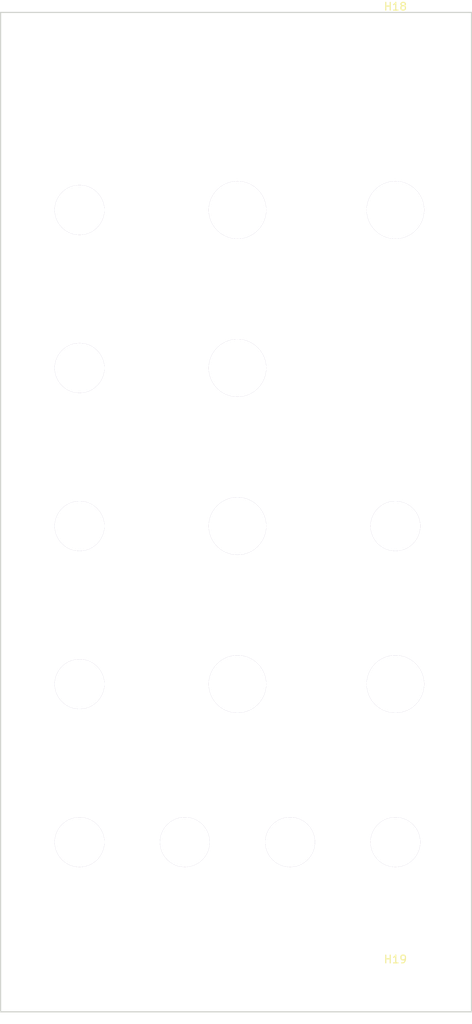
<source format=kicad_pcb>
(kicad_pcb (version 20171130) (host pcbnew 5.1.10)

  (general
    (thickness 1.6)
    (drawings 5)
    (tracks 0)
    (zones 0)
    (modules 19)
    (nets 1)
  )

  (page A4)
  (title_block
    (title "(title)")
    (comment 1 "PCB for panel")
    (comment 2 "(description)")
    (comment 4 "License CC BY 4.0 - Attribution 4.0 International")
  )

  (layers
    (0 F.Cu signal)
    (31 B.Cu signal)
    (32 B.Adhes user)
    (33 F.Adhes user)
    (34 B.Paste user)
    (35 F.Paste user)
    (36 B.SilkS user)
    (37 F.SilkS user)
    (38 B.Mask user)
    (39 F.Mask user)
    (40 Dwgs.User user)
    (41 Cmts.User user)
    (42 Eco1.User user)
    (43 Eco2.User user)
    (44 Edge.Cuts user)
    (45 Margin user)
    (46 B.CrtYd user)
    (47 F.CrtYd user)
    (48 B.Fab user)
    (49 F.Fab user)
  )

  (setup
    (last_trace_width 0.25)
    (trace_clearance 0.2)
    (zone_clearance 0.508)
    (zone_45_only no)
    (trace_min 0.2)
    (via_size 0.8)
    (via_drill 0.4)
    (via_min_size 0.4)
    (via_min_drill 0.3)
    (uvia_size 0.3)
    (uvia_drill 0.1)
    (uvias_allowed no)
    (uvia_min_size 0.2)
    (uvia_min_drill 0.1)
    (edge_width 0.05)
    (segment_width 0.2)
    (pcb_text_width 0.3)
    (pcb_text_size 1.5 1.5)
    (mod_edge_width 0.12)
    (mod_text_size 1 1)
    (mod_text_width 0.15)
    (pad_size 1.524 1.524)
    (pad_drill 0.762)
    (pad_to_mask_clearance 0)
    (aux_axis_origin 0 0)
    (visible_elements FFFFFF7F)
    (pcbplotparams
      (layerselection 0x010fc_ffffffff)
      (usegerberextensions false)
      (usegerberattributes true)
      (usegerberadvancedattributes true)
      (creategerberjobfile true)
      (excludeedgelayer true)
      (linewidth 0.100000)
      (plotframeref false)
      (viasonmask false)
      (mode 1)
      (useauxorigin false)
      (hpglpennumber 1)
      (hpglpenspeed 20)
      (hpglpendiameter 15.000000)
      (psnegative false)
      (psa4output false)
      (plotreference true)
      (plotvalue true)
      (plotinvisibletext false)
      (padsonsilk false)
      (subtractmaskfromsilk false)
      (outputformat 1)
      (mirror false)
      (drillshape 1)
      (scaleselection 1)
      (outputdirectory ""))
  )

  (net 0 "")

  (net_class Default "This is the default net class."
    (clearance 0.2)
    (trace_width 0.25)
    (via_dia 0.8)
    (via_drill 0.4)
    (uvia_dia 0.3)
    (uvia_drill 0.1)
  )

  (module elektrophon:panel_potentiometer (layer F.Cu) (tedit 60A0E3DF) (tstamp 60AD60D7)
    (at 101.6 137.16)
    (descr "Mounting Hole 8.4mm, no annular, M8")
    (tags "mounting hole 8.4mm no annular m8")
    (path /5D6B1F1C)
    (attr virtual)
    (fp_text reference H15 (at 0 -9.4) (layer F.SilkS) hide
      (effects (font (size 1 1) (thickness 0.15)))
    )
    (fp_text value INITIAL (at 0 9.144) (layer F.Mask)
      (effects (font (size 2 1.4) (thickness 0.25)))
    )
    (fp_text user %R (at 0.3 0) (layer F.Fab)
      (effects (font (size 1 1) (thickness 0.15)))
    )
    (fp_circle (center 0 0) (end 6.6 0) (layer F.CrtYd) (width 0.05))
    (fp_circle (center 0 0) (end 6.35 0) (layer Cmts.User) (width 0.15))
    (pad "" thru_hole circle (at 0 0) (size 7.4 7.4) (drill 7.4) (layers *.Cu *.Mask))
    (model ${KIPRJMOD}/../../../lib/kicad/models/ALPHA-RD901F-40.step
      (offset (xyz 0 0.5 -12))
      (scale (xyz 1 1 1))
      (rotate (xyz 0 0 0))
    )
  )

  (module elektrophon:panel_potentiometer (layer F.Cu) (tedit 60A0E3DF) (tstamp 60AD60CF)
    (at 101.6 76.2)
    (descr "Mounting Hole 8.4mm, no annular, M8")
    (tags "mounting hole 8.4mm no annular m8")
    (path /5D6B18DA)
    (attr virtual)
    (fp_text reference H14 (at 0 -9.4) (layer F.SilkS) hide
      (effects (font (size 1 1) (thickness 0.15)))
    )
    (fp_text value FINE (at 0 9.144) (layer F.Mask)
      (effects (font (size 2 1.4) (thickness 0.25)))
    )
    (fp_text user %R (at 0.3 0) (layer F.Fab)
      (effects (font (size 1 1) (thickness 0.15)))
    )
    (fp_circle (center 0 0) (end 6.6 0) (layer F.CrtYd) (width 0.05))
    (fp_circle (center 0 0) (end 6.35 0) (layer Cmts.User) (width 0.15))
    (pad "" thru_hole circle (at 0 0) (size 7.4 7.4) (drill 7.4) (layers *.Cu *.Mask))
    (model ${KIPRJMOD}/../../../lib/kicad/models/ALPHA-RD901F-40.step
      (offset (xyz 0 0.5 -12))
      (scale (xyz 1 1 1))
      (rotate (xyz 0 0 0))
    )
  )

  (module elektrophon:panel_potentiometer (layer F.Cu) (tedit 60A0E3DF) (tstamp 60AD60C7)
    (at 81.28 137.16)
    (descr "Mounting Hole 8.4mm, no annular, M8")
    (tags "mounting hole 8.4mm no annular m8")
    (path /5DD362E9)
    (attr virtual)
    (fp_text reference H13 (at 0 -9.4) (layer F.SilkS) hide
      (effects (font (size 1 1) (thickness 0.15)))
    )
    (fp_text value ATTEN (at 0 9.144) (layer F.Mask)
      (effects (font (size 2 1.4) (thickness 0.25)))
    )
    (fp_text user %R (at 0.3 0) (layer F.Fab)
      (effects (font (size 1 1) (thickness 0.15)))
    )
    (fp_circle (center 0 0) (end 6.6 0) (layer F.CrtYd) (width 0.05))
    (fp_circle (center 0 0) (end 6.35 0) (layer Cmts.User) (width 0.15))
    (pad "" thru_hole circle (at 0 0) (size 7.4 7.4) (drill 7.4) (layers *.Cu *.Mask))
    (model ${KIPRJMOD}/../../../lib/kicad/models/ALPHA-RD901F-40.step
      (offset (xyz 0 0.5 -12))
      (scale (xyz 1 1 1))
      (rotate (xyz 0 0 0))
    )
  )

  (module elektrophon:panel_potentiometer (layer F.Cu) (tedit 60A0E3DF) (tstamp 60AD60BF)
    (at 81.28 96.52)
    (descr "Mounting Hole 8.4mm, no annular, M8")
    (tags "mounting hole 8.4mm no annular m8")
    (path /5D6B1F10)
    (attr virtual)
    (fp_text reference H12 (at 0 -9.4) (layer F.SilkS) hide
      (effects (font (size 1 1) (thickness 0.15)))
    )
    (fp_text value ATTEN (at 0 9.144) (layer F.Mask)
      (effects (font (size 2 1.4) (thickness 0.25)))
    )
    (fp_text user %R (at 0.3 0) (layer F.Fab)
      (effects (font (size 1 1) (thickness 0.15)))
    )
    (fp_circle (center 0 0) (end 6.6 0) (layer F.CrtYd) (width 0.05))
    (fp_circle (center 0 0) (end 6.35 0) (layer Cmts.User) (width 0.15))
    (pad "" thru_hole circle (at 0 0) (size 7.4 7.4) (drill 7.4) (layers *.Cu *.Mask))
    (model ${KIPRJMOD}/../../../lib/kicad/models/ALPHA-RD901F-40.step
      (offset (xyz 0 0.5 -12))
      (scale (xyz 1 1 1))
      (rotate (xyz 0 0 0))
    )
  )

  (module elektrophon:panel_potentiometer (layer F.Cu) (tedit 60A0E3DF) (tstamp 60AD60B7)
    (at 81.28 76.2)
    (descr "Mounting Hole 8.4mm, no annular, M8")
    (tags "mounting hole 8.4mm no annular m8")
    (path /5D6B4FBA)
    (attr virtual)
    (fp_text reference H11 (at 0 -9.4) (layer F.SilkS) hide
      (effects (font (size 1 1) (thickness 0.15)))
    )
    (fp_text value COARSE (at 0 9.144) (layer F.Mask)
      (effects (font (size 2 1.4) (thickness 0.25)))
    )
    (fp_text user %R (at 0.3 0) (layer F.Fab)
      (effects (font (size 1 1) (thickness 0.15)))
    )
    (fp_circle (center 0 0) (end 6.6 0) (layer F.CrtYd) (width 0.05))
    (fp_circle (center 0 0) (end 6.35 0) (layer Cmts.User) (width 0.15))
    (pad "" thru_hole circle (at 0 0) (size 7.4 7.4) (drill 7.4) (layers *.Cu *.Mask))
    (model ${KIPRJMOD}/../../../lib/kicad/models/ALPHA-RD901F-40.step
      (offset (xyz 0 0.5 -12))
      (scale (xyz 1 1 1))
      (rotate (xyz 0 0 0))
    )
  )

  (module elektrophon:panel_potentiometer (layer F.Cu) (tedit 60A0E3DF) (tstamp 60AD60AF)
    (at 81.28 116.84)
    (descr "Mounting Hole 8.4mm, no annular, M8")
    (tags "mounting hole 8.4mm no annular m8")
    (path /5D6B1F16)
    (attr virtual)
    (fp_text reference H10 (at 0 -9.4) (layer F.SilkS) hide
      (effects (font (size 1 1) (thickness 0.15)))
    )
    (fp_text value ATTEN (at 0 9.144) (layer F.Mask)
      (effects (font (size 2 1.4) (thickness 0.25)))
    )
    (fp_text user %R (at 0.3 0) (layer F.Fab)
      (effects (font (size 1 1) (thickness 0.15)))
    )
    (fp_circle (center 0 0) (end 6.6 0) (layer F.CrtYd) (width 0.05))
    (fp_circle (center 0 0) (end 6.35 0) (layer Cmts.User) (width 0.15))
    (pad "" thru_hole circle (at 0 0) (size 7.4 7.4) (drill 7.4) (layers *.Cu *.Mask))
    (model ${KIPRJMOD}/../../../lib/kicad/models/ALPHA-RD901F-40.step
      (offset (xyz 0 0.5 -12))
      (scale (xyz 1 1 1))
      (rotate (xyz 0 0 0))
    )
  )

  (module elektrophon:panel_jack (layer F.Cu) (tedit 60A0E3B3) (tstamp 60AD60A7)
    (at 101.6 157.48)
    (descr "Mounting Hole 8.4mm, no annular, M8")
    (tags "mounting hole 8.4mm no annular m8")
    (path /5EBD4436)
    (attr virtual)
    (fp_text reference H9 (at 0 -9.4) (layer F.SilkS) hide
      (effects (font (size 1 1) (thickness 0.15)))
    )
    (fp_text value PULSE (at 0 9.144) (layer F.Mask)
      (effects (font (size 2 1.4) (thickness 0.25)))
    )
    (fp_text user %R (at 0.3 0) (layer F.Fab)
      (effects (font (size 1 1) (thickness 0.15)))
    )
    (fp_circle (center 0 0) (end 4.2 0) (layer F.CrtYd) (width 0.05))
    (fp_circle (center 0 0) (end 4 0) (layer Cmts.User) (width 0.15))
    (pad "" thru_hole circle (at 0 0) (size 6.4 6.4) (drill 6.4) (layers *.Cu *.Mask))
    (model "${KIPRJMOD}/../../../lib/kicad/models/PJ301M-12 Thonkiconn v0.2.stp"
      (offset (xyz 0 0.8 -10.5))
      (scale (xyz 1 1 1))
      (rotate (xyz 0 0 0))
    )
  )

  (module elektrophon:panel_jack (layer F.Cu) (tedit 60A0E3B3) (tstamp 60AD609F)
    (at 88.053332 157.48)
    (descr "Mounting Hole 8.4mm, no annular, M8")
    (tags "mounting hole 8.4mm no annular m8")
    (path /5EBD42F6)
    (attr virtual)
    (fp_text reference H8 (at 0 -9.4) (layer F.SilkS) hide
      (effects (font (size 1 1) (thickness 0.15)))
    )
    (fp_text value SINE (at 0 9.144) (layer F.Mask)
      (effects (font (size 2 1.4) (thickness 0.25)))
    )
    (fp_text user %R (at 0.3 0) (layer F.Fab)
      (effects (font (size 1 1) (thickness 0.15)))
    )
    (fp_circle (center 0 0) (end 4.2 0) (layer F.CrtYd) (width 0.05))
    (fp_circle (center 0 0) (end 4 0) (layer Cmts.User) (width 0.15))
    (pad "" thru_hole circle (at 0 0) (size 6.4 6.4) (drill 6.4) (layers *.Cu *.Mask))
    (model "${KIPRJMOD}/../../../lib/kicad/models/PJ301M-12 Thonkiconn v0.2.stp"
      (offset (xyz 0 0.8 -10.5))
      (scale (xyz 1 1 1))
      (rotate (xyz 0 0 0))
    )
  )

  (module elektrophon:panel_jack (layer F.Cu) (tedit 60A0E3B3) (tstamp 60AD6097)
    (at 60.96 157.48)
    (descr "Mounting Hole 8.4mm, no annular, M8")
    (tags "mounting hole 8.4mm no annular m8")
    (path /5EBD41FF)
    (attr virtual)
    (fp_text reference H7 (at 0 -9.4) (layer F.SilkS) hide
      (effects (font (size 1 1) (thickness 0.15)))
    )
    (fp_text value SAW (at 0 9.144) (layer F.Mask)
      (effects (font (size 2 1.4) (thickness 0.25)))
    )
    (fp_text user %R (at 0.3 0) (layer F.Fab)
      (effects (font (size 1 1) (thickness 0.15)))
    )
    (fp_circle (center 0 0) (end 4.2 0) (layer F.CrtYd) (width 0.05))
    (fp_circle (center 0 0) (end 4 0) (layer Cmts.User) (width 0.15))
    (pad "" thru_hole circle (at 0 0) (size 6.4 6.4) (drill 6.4) (layers *.Cu *.Mask))
    (model "${KIPRJMOD}/../../../lib/kicad/models/PJ301M-12 Thonkiconn v0.2.stp"
      (offset (xyz 0 0.8 -10.5))
      (scale (xyz 1 1 1))
      (rotate (xyz 0 0 0))
    )
  )

  (module elektrophon:panel_jack (layer F.Cu) (tedit 60A0E3B3) (tstamp 60AD608F)
    (at 101.6 116.84)
    (descr "Mounting Hole 8.4mm, no annular, M8")
    (tags "mounting hole 8.4mm no annular m8")
    (path /5DD35930)
    (attr virtual)
    (fp_text reference H6 (at 0 -9.4) (layer F.SilkS) hide
      (effects (font (size 1 1) (thickness 0.15)))
    )
    (fp_text value SYNC (at 0 9.144) (layer F.Mask)
      (effects (font (size 2 1.4) (thickness 0.25)))
    )
    (fp_text user %R (at 0.3 0) (layer F.Fab)
      (effects (font (size 1 1) (thickness 0.15)))
    )
    (fp_circle (center 0 0) (end 4.2 0) (layer F.CrtYd) (width 0.05))
    (fp_circle (center 0 0) (end 4 0) (layer Cmts.User) (width 0.15))
    (pad "" thru_hole circle (at 0 0) (size 6.4 6.4) (drill 6.4) (layers *.Cu *.Mask))
    (model "${KIPRJMOD}/../../../lib/kicad/models/PJ301M-12 Thonkiconn v0.2.stp"
      (offset (xyz 0 0.8 -10.5))
      (scale (xyz 1 1 1))
      (rotate (xyz 0 0 0))
    )
  )

  (module elektrophon:panel_jack (layer F.Cu) (tedit 60A0E3B3) (tstamp 60AD6087)
    (at 60.96 137.16)
    (descr "Mounting Hole 8.4mm, no annular, M8")
    (tags "mounting hole 8.4mm no annular m8")
    (path /5D6B18CE)
    (attr virtual)
    (fp_text reference H5 (at 0 -9.4) (layer F.SilkS) hide
      (effects (font (size 1 1) (thickness 0.15)))
    )
    (fp_text value PWM (at 0 9.144) (layer F.Mask)
      (effects (font (size 2 1.4) (thickness 0.25)))
    )
    (fp_text user %R (at 0.3 0) (layer F.Fab)
      (effects (font (size 1 1) (thickness 0.15)))
    )
    (fp_circle (center 0 0) (end 4.2 0) (layer F.CrtYd) (width 0.05))
    (fp_circle (center 0 0) (end 4 0) (layer Cmts.User) (width 0.15))
    (pad "" thru_hole circle (at 0 0) (size 6.4 6.4) (drill 6.4) (layers *.Cu *.Mask))
    (model "${KIPRJMOD}/../../../lib/kicad/models/PJ301M-12 Thonkiconn v0.2.stp"
      (offset (xyz 0 0.8 -10.5))
      (scale (xyz 1 1 1))
      (rotate (xyz 0 0 0))
    )
  )

  (module elektrophon:panel_jack (layer F.Cu) (tedit 60A0E3B3) (tstamp 60AD607F)
    (at 60.96 76.2)
    (descr "Mounting Hole 8.4mm, no annular, M8")
    (tags "mounting hole 8.4mm no annular m8")
    (path /5DA3331D)
    (attr virtual)
    (fp_text reference H4 (at 0 -9.4) (layer F.SilkS) hide
      (effects (font (size 1 1) (thickness 0.15)))
    )
    (fp_text value 1V/OCT (at 0 9.144) (layer F.Mask)
      (effects (font (size 2 1.4) (thickness 0.25)))
    )
    (fp_text user %R (at 0.3 0) (layer F.Fab)
      (effects (font (size 1 1) (thickness 0.15)))
    )
    (fp_circle (center 0 0) (end 4.2 0) (layer F.CrtYd) (width 0.05))
    (fp_circle (center 0 0) (end 4 0) (layer Cmts.User) (width 0.15))
    (pad "" thru_hole circle (at 0 0) (size 6.4 6.4) (drill 6.4) (layers *.Cu *.Mask))
    (model "${KIPRJMOD}/../../../lib/kicad/models/PJ301M-12 Thonkiconn v0.2.stp"
      (offset (xyz 0 0.8 -10.5))
      (scale (xyz 1 1 1))
      (rotate (xyz 0 0 0))
    )
  )

  (module elektrophon:panel_jack (layer F.Cu) (tedit 60A0E3B3) (tstamp 60AD6077)
    (at 60.96 116.84)
    (descr "Mounting Hole 8.4mm, no annular, M8")
    (tags "mounting hole 8.4mm no annular m8")
    (path /5DE3D3E9)
    (attr virtual)
    (fp_text reference H3 (at 0 -9.4) (layer F.SilkS) hide
      (effects (font (size 1 1) (thickness 0.15)))
    )
    (fp_text value LIN_FM (at 0 9.144) (layer F.Mask)
      (effects (font (size 2 1.4) (thickness 0.25)))
    )
    (fp_text user %R (at 0.3 0) (layer F.Fab)
      (effects (font (size 1 1) (thickness 0.15)))
    )
    (fp_circle (center 0 0) (end 4.2 0) (layer F.CrtYd) (width 0.05))
    (fp_circle (center 0 0) (end 4 0) (layer Cmts.User) (width 0.15))
    (pad "" thru_hole circle (at 0 0) (size 6.4 6.4) (drill 6.4) (layers *.Cu *.Mask))
    (model "${KIPRJMOD}/../../../lib/kicad/models/PJ301M-12 Thonkiconn v0.2.stp"
      (offset (xyz 0 0.8 -10.5))
      (scale (xyz 1 1 1))
      (rotate (xyz 0 0 0))
    )
  )

  (module elektrophon:panel_jack (layer F.Cu) (tedit 60A0E3B3) (tstamp 60AD606F)
    (at 60.96 96.52)
    (descr "Mounting Hole 8.4mm, no annular, M8")
    (tags "mounting hole 8.4mm no annular m8")
    (path /5D6AF58E)
    (attr virtual)
    (fp_text reference H2 (at 0 -9.4) (layer F.SilkS) hide
      (effects (font (size 1 1) (thickness 0.15)))
    )
    (fp_text value EXP_FM (at 0 9.144) (layer F.Mask)
      (effects (font (size 2 1.4) (thickness 0.25)))
    )
    (fp_text user %R (at 0.3 0) (layer F.Fab)
      (effects (font (size 1 1) (thickness 0.15)))
    )
    (fp_circle (center 0 0) (end 4.2 0) (layer F.CrtYd) (width 0.05))
    (fp_circle (center 0 0) (end 4 0) (layer Cmts.User) (width 0.15))
    (pad "" thru_hole circle (at 0 0) (size 6.4 6.4) (drill 6.4) (layers *.Cu *.Mask))
    (model "${KIPRJMOD}/../../../lib/kicad/models/PJ301M-12 Thonkiconn v0.2.stp"
      (offset (xyz 0 0.8 -10.5))
      (scale (xyz 1 1 1))
      (rotate (xyz 0 0 0))
    )
  )

  (module elektrophon:panel_jack (layer F.Cu) (tedit 60A0E3B3) (tstamp 60AD6067)
    (at 74.506666 157.48)
    (descr "Mounting Hole 8.4mm, no annular, M8")
    (tags "mounting hole 8.4mm no annular m8")
    (path /5EBD4082)
    (attr virtual)
    (fp_text reference H1 (at 0 -9.4) (layer F.SilkS) hide
      (effects (font (size 1 1) (thickness 0.15)))
    )
    (fp_text value TRIANGLE (at 0 9.144) (layer F.Mask)
      (effects (font (size 2 1.4) (thickness 0.25)))
    )
    (fp_text user %R (at 0.3 0) (layer F.Fab)
      (effects (font (size 1 1) (thickness 0.15)))
    )
    (fp_circle (center 0 0) (end 4.2 0) (layer F.CrtYd) (width 0.05))
    (fp_circle (center 0 0) (end 4 0) (layer Cmts.User) (width 0.15))
    (pad "" thru_hole circle (at 0 0) (size 6.4 6.4) (drill 6.4) (layers *.Cu *.Mask))
    (model "${KIPRJMOD}/../../../lib/kicad/models/PJ301M-12 Thonkiconn v0.2.stp"
      (offset (xyz 0 0.8 -10.5))
      (scale (xyz 1 1 1))
      (rotate (xyz 0 0 0))
    )
  )

  (module MountingHole:MountingHole_3.2mm_M3_ISO14580 (layer F.Cu) (tedit 56D1B4CB) (tstamp 60AD6062)
    (at 101.6 176.3)
    (descr "Mounting Hole 3.2mm, no annular, M3, ISO14580")
    (tags "mounting hole 3.2mm no annular m3 iso14580")
    (path /60AD634C)
    (attr virtual)
    (fp_text reference H19 (at 0 -3.75) (layer F.SilkS)
      (effects (font (size 1 1) (thickness 0.15)))
    )
    (fp_text value MountingHole (at 0 3.75) (layer F.Fab)
      (effects (font (size 1 1) (thickness 0.15)))
    )
    (fp_circle (center 0 0) (end 3 0) (layer F.CrtYd) (width 0.05))
    (fp_circle (center 0 0) (end 2.75 0) (layer Cmts.User) (width 0.15))
    (fp_text user %R (at 0.3 0) (layer F.Fab)
      (effects (font (size 1 1) (thickness 0.15)))
    )
    (pad 1 np_thru_hole circle (at 0 0) (size 3.2 3.2) (drill 3.2) (layers *.Cu *.Mask))
  )

  (module MountingHole:MountingHole_3.2mm_M3_ISO14580 (layer F.Cu) (tedit 56D1B4CB) (tstamp 60AD605A)
    (at 101.6 53.8)
    (descr "Mounting Hole 3.2mm, no annular, M3, ISO14580")
    (tags "mounting hole 3.2mm no annular m3 iso14580")
    (path /60AD6346)
    (attr virtual)
    (fp_text reference H18 (at 0 -3.75) (layer F.SilkS)
      (effects (font (size 1 1) (thickness 0.15)))
    )
    (fp_text value MountingHole (at 0 3.75) (layer F.Fab)
      (effects (font (size 1 1) (thickness 0.15)))
    )
    (fp_circle (center 0 0) (end 3 0) (layer F.CrtYd) (width 0.05))
    (fp_circle (center 0 0) (end 2.75 0) (layer Cmts.User) (width 0.15))
    (fp_text user %R (at 0.3 0) (layer F.Fab)
      (effects (font (size 1 1) (thickness 0.15)))
    )
    (pad 1 np_thru_hole circle (at 0 0) (size 3.2 3.2) (drill 3.2) (layers *.Cu *.Mask))
  )

  (module MountingHole:MountingHole_3.2mm_M3_ISO14580 (layer F.Cu) (tedit 56D1B4CB) (tstamp 6097E813)
    (at 58.3 176.3)
    (descr "Mounting Hole 3.2mm, no annular, M3, ISO14580")
    (tags "mounting hole 3.2mm no annular m3 iso14580")
    (path /6097A580)
    (attr virtual)
    (fp_text reference H17 (at 0 -3.75) (layer F.SilkS) hide
      (effects (font (size 1 1) (thickness 0.15)))
    )
    (fp_text value MountingHole (at 0 3.75) (layer F.Fab) hide
      (effects (font (size 1 1) (thickness 0.15)))
    )
    (fp_circle (center 0 0) (end 3 0) (layer F.CrtYd) (width 0.05))
    (fp_circle (center 0 0) (end 2.75 0) (layer Cmts.User) (width 0.15))
    (fp_text user %R (at 0.3 0) (layer F.Fab) hide
      (effects (font (size 1 1) (thickness 0.15)))
    )
    (pad 1 np_thru_hole circle (at 0 0) (size 3.2 3.2) (drill 3.2) (layers *.Cu *.Mask))
  )

  (module MountingHole:MountingHole_3.2mm_M3_ISO14580 (layer F.Cu) (tedit 56D1B4CB) (tstamp 6097E80B)
    (at 58.3 53.8)
    (descr "Mounting Hole 3.2mm, no annular, M3, ISO14580")
    (tags "mounting hole 3.2mm no annular m3 iso14580")
    (path /6097A217)
    (attr virtual)
    (fp_text reference H16 (at 0 -3.75) (layer F.SilkS) hide
      (effects (font (size 1 1) (thickness 0.15)))
    )
    (fp_text value MountingHole (at 0 3.75) (layer F.Fab) hide
      (effects (font (size 1 1) (thickness 0.15)))
    )
    (fp_circle (center 0 0) (end 3 0) (layer F.CrtYd) (width 0.05))
    (fp_circle (center 0 0) (end 2.75 0) (layer Cmts.User) (width 0.15))
    (fp_text user %R (at 0.3 0) (layer F.Fab) hide
      (effects (font (size 1 1) (thickness 0.15)))
    )
    (pad 1 np_thru_hole circle (at 0 0) (size 3.2 3.2) (drill 3.2) (layers *.Cu *.Mask))
  )

  (gr_text 555 (at 81.28 53.8) (layer F.Mask)
    (effects (font (size 3 3) (thickness 0.35)))
  )
  (gr_line (start 50.8 50.8) (end 50.8 179.3) (layer Edge.Cuts) (width 0.15) (tstamp 60977F7D))
  (gr_line (start 111.4 179.3) (end 50.8 179.3) (layer Edge.Cuts) (width 0.15))
  (gr_line (start 111.4 50.8) (end 111.4 179.3) (layer Edge.Cuts) (width 0.15))
  (gr_line (start 50.8 50.8) (end 111.4 50.8) (layer Edge.Cuts) (width 0.15))

)

</source>
